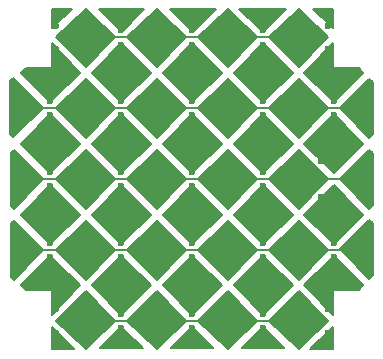
<source format=gbr>
%TF.GenerationSoftware,KiCad,Pcbnew,9.0.0*%
%TF.CreationDate,2025-04-18T16:03:12-04:00*%
%TF.ProjectId,SeniorProjectTouchpad,53656e69-6f72-4507-926f-6a656374546f,rev?*%
%TF.SameCoordinates,Original*%
%TF.FileFunction,Copper,L2,Bot*%
%TF.FilePolarity,Positive*%
%FSLAX46Y46*%
G04 Gerber Fmt 4.6, Leading zero omitted, Abs format (unit mm)*
G04 Created by KiCad (PCBNEW 9.0.0) date 2025-04-18 16:03:12*
%MOMM*%
%LPD*%
G01*
G04 APERTURE LIST*
%TA.AperFunction,Conductor*%
%ADD10C,0.200000*%
%TD*%
%TA.AperFunction,ViaPad*%
%ADD11C,0.600000*%
%TD*%
G04 APERTURE END LIST*
D10*
%TO.N,unconnected-(J1-Pad4)*%
X146030073Y-101000000D02*
X144000000Y-99100000D01*
X145930073Y-99100000D01*
X147900000Y-99100000D01*
X146030073Y-101000000D01*
%TA.AperFunction,Conductor*%
G36*
X146030073Y-101000000D02*
G01*
X144000000Y-99100000D01*
X145930073Y-99100000D01*
X147900000Y-99100000D01*
X146030073Y-101000000D01*
G37*
%TD.AperFunction*%
%TO.N,unconnected-(J1-Pad5)*%
X151900000Y-127100000D02*
X151900000Y-127900000D01*
X150000000Y-127900000D01*
X151900000Y-126000000D01*
X151900000Y-127100000D01*
%TA.AperFunction,Conductor*%
G36*
X151900000Y-127100000D02*
G01*
X151900000Y-127900000D01*
X150000000Y-127900000D01*
X151900000Y-126000000D01*
X151900000Y-127100000D01*
G37*
%TD.AperFunction*%
%TO.N,unconnected-(J1-Pad1)*%
X130000000Y-127900000D02*
X128100000Y-127900000D01*
X128100000Y-127100000D01*
X128100000Y-126000000D01*
X130000000Y-127900000D01*
%TA.AperFunction,Conductor*%
G36*
X130000000Y-127900000D02*
G01*
X128100000Y-127900000D01*
X128100000Y-127100000D01*
X128100000Y-126000000D01*
X130000000Y-127900000D01*
G37*
%TD.AperFunction*%
%TO.N,unconnected-(J1-Pad4)*%
X147800000Y-127805693D02*
X145989343Y-127805693D01*
X144200000Y-127805693D01*
X145989343Y-126005693D01*
X147800000Y-127805693D01*
%TA.AperFunction,Conductor*%
G36*
X147800000Y-127805693D02*
G01*
X145989343Y-127805693D01*
X144200000Y-127805693D01*
X145989343Y-126005693D01*
X147800000Y-127805693D01*
G37*
%TD.AperFunction*%
%TO.N,unconnected-(J1-Pad3)*%
X141800000Y-127805693D02*
X139989343Y-127805693D01*
X138200000Y-127805693D01*
X139989343Y-126005693D01*
X141800000Y-127805693D01*
%TA.AperFunction,Conductor*%
G36*
X141800000Y-127805693D02*
G01*
X139989343Y-127805693D01*
X138200000Y-127805693D01*
X139989343Y-126005693D01*
X141800000Y-127805693D01*
G37*
%TD.AperFunction*%
%TO.N,unconnected-(J1-Pad5)*%
X154500000Y-122500000D02*
X154100000Y-122900000D01*
X151900000Y-122900000D01*
X151900000Y-125000000D01*
X149500000Y-122500000D01*
X152000000Y-120000000D01*
X154500000Y-122500000D01*
%TA.AperFunction,Conductor*%
G36*
X154500000Y-122500000D02*
G01*
X154100000Y-122900000D01*
X151900000Y-122900000D01*
X151900000Y-125000000D01*
X149500000Y-122500000D01*
X152000000Y-120000000D01*
X154500000Y-122500000D01*
G37*
%TD.AperFunction*%
%TO.N,unconnected-(J1-Pad1)*%
X130500000Y-122500000D02*
X128100000Y-125000000D01*
X128100000Y-122900000D01*
X125900000Y-122900000D01*
X125500000Y-122500000D01*
X128000000Y-120000000D01*
X130500000Y-122500000D01*
%TA.AperFunction,Conductor*%
G36*
X130500000Y-122500000D02*
G01*
X128100000Y-125000000D01*
X128100000Y-122900000D01*
X125900000Y-122900000D01*
X125500000Y-122500000D01*
X128000000Y-120000000D01*
X130500000Y-122500000D01*
G37*
%TD.AperFunction*%
%TO.N,unconnected-(J1-Pad5)*%
X151900000Y-104100000D02*
X154100000Y-104100000D01*
X154500000Y-104500000D01*
X152000000Y-107000000D01*
X149500000Y-104500000D01*
X151900000Y-102000000D01*
X151900000Y-104100000D01*
%TA.AperFunction,Conductor*%
G36*
X151900000Y-104100000D02*
G01*
X154100000Y-104100000D01*
X154500000Y-104500000D01*
X152000000Y-107000000D01*
X149500000Y-104500000D01*
X151900000Y-102000000D01*
X151900000Y-104100000D01*
G37*
%TD.AperFunction*%
%TO.N,unconnected-(J1-Pad9)*%
X155300000Y-117250000D02*
X155300000Y-121650000D01*
X155000000Y-121950000D01*
X152500000Y-119450000D01*
X155000000Y-116950000D01*
X155300000Y-117250000D01*
%TA.AperFunction,Conductor*%
G36*
X155300000Y-117250000D02*
G01*
X155300000Y-121650000D01*
X155000000Y-121950000D01*
X152500000Y-119450000D01*
X155000000Y-116950000D01*
X155300000Y-117250000D01*
G37*
%TD.AperFunction*%
%TO.N,unconnected-(J1-Pad8)*%
X155300000Y-111300000D02*
X155300000Y-115700000D01*
X155000000Y-116000000D01*
X152500000Y-113500000D01*
X155000000Y-111000000D01*
X155300000Y-111300000D01*
%TA.AperFunction,Conductor*%
G36*
X155300000Y-111300000D02*
G01*
X155300000Y-115700000D01*
X155000000Y-116000000D01*
X152500000Y-113500000D01*
X155000000Y-111000000D01*
X155300000Y-111300000D01*
G37*
%TD.AperFunction*%
%TO.N,unconnected-(J1-Pad7)*%
X155300000Y-105300000D02*
X155300000Y-109700000D01*
X155000000Y-110000000D01*
X152500000Y-107500000D01*
X155000000Y-105000000D01*
X155300000Y-105300000D01*
%TA.AperFunction,Conductor*%
G36*
X155300000Y-105300000D02*
G01*
X155300000Y-109700000D01*
X155000000Y-110000000D01*
X152500000Y-107500000D01*
X155000000Y-105000000D01*
X155300000Y-105300000D01*
G37*
%TD.AperFunction*%
%TO.N,unconnected-(J1-Pad9)*%
X127400000Y-119500000D02*
X124900000Y-122000000D01*
X124650000Y-121750000D01*
X124650000Y-117250000D01*
X124900000Y-117000000D01*
X127400000Y-119500000D01*
%TA.AperFunction,Conductor*%
G36*
X127400000Y-119500000D02*
G01*
X124900000Y-122000000D01*
X124650000Y-121750000D01*
X124650000Y-117250000D01*
X124900000Y-117000000D01*
X127400000Y-119500000D01*
G37*
%TD.AperFunction*%
%TO.N,unconnected-(J1-Pad8)*%
X127400000Y-113500000D02*
X124900000Y-116000000D01*
X124650000Y-115750000D01*
X124650000Y-111250000D01*
X124900000Y-111000000D01*
X127400000Y-113500000D01*
%TA.AperFunction,Conductor*%
G36*
X127400000Y-113500000D02*
G01*
X124900000Y-116000000D01*
X124650000Y-115750000D01*
X124650000Y-111250000D01*
X124900000Y-111000000D01*
X127400000Y-113500000D01*
G37*
%TD.AperFunction*%
%TO.N,unconnected-(J1-Pad7)*%
X127350000Y-107450000D02*
X124850000Y-109950000D01*
X124600000Y-109700000D01*
X124600000Y-105200000D01*
X124850000Y-104950000D01*
X127350000Y-107450000D01*
%TA.AperFunction,Conductor*%
G36*
X127350000Y-107450000D02*
G01*
X124850000Y-109950000D01*
X124600000Y-109700000D01*
X124600000Y-105200000D01*
X124850000Y-104950000D01*
X127350000Y-107450000D01*
G37*
%TD.AperFunction*%
X133500000Y-107500000D02*
X131000000Y-110000000D01*
X128500000Y-107500000D01*
X131000000Y-105000000D01*
X133500000Y-107500000D01*
%TA.AperFunction,Conductor*%
G36*
X133500000Y-107500000D02*
G01*
X131000000Y-110000000D01*
X128500000Y-107500000D01*
X131000000Y-105000000D01*
X133500000Y-107500000D01*
G37*
%TD.AperFunction*%
%TO.N,unconnected-(J1-Pad1)*%
X130500000Y-104500000D02*
X128000000Y-107000000D01*
X125500000Y-104500000D01*
X125900000Y-104100000D01*
X128100000Y-104100000D01*
X128100000Y-102000000D01*
X130500000Y-104500000D01*
%TA.AperFunction,Conductor*%
G36*
X130500000Y-104500000D02*
G01*
X128000000Y-107000000D01*
X125500000Y-104500000D01*
X125900000Y-104100000D01*
X128100000Y-104100000D01*
X128100000Y-102000000D01*
X130500000Y-104500000D01*
G37*
%TD.AperFunction*%
%TO.N,unconnected-(J1-Pad3)*%
X140030073Y-101000000D02*
X138100000Y-99100000D01*
X139930073Y-99100000D01*
X142000000Y-99100000D01*
X140030073Y-101000000D01*
%TA.AperFunction,Conductor*%
G36*
X140030073Y-101000000D02*
G01*
X138100000Y-99100000D01*
X139930073Y-99100000D01*
X142000000Y-99100000D01*
X140030073Y-101000000D01*
G37*
%TD.AperFunction*%
X142500000Y-104500000D02*
X140000000Y-107000000D01*
X137500000Y-104500000D01*
X140000000Y-102000000D01*
X142500000Y-104500000D01*
%TA.AperFunction,Conductor*%
G36*
X142500000Y-104500000D02*
G01*
X140000000Y-107000000D01*
X137500000Y-104500000D01*
X140000000Y-102000000D01*
X142500000Y-104500000D01*
G37*
%TD.AperFunction*%
%TO.N,unconnected-(J1-Pad4)*%
X148500000Y-104500000D02*
X146000000Y-107000000D01*
X143500000Y-104500000D01*
X146000000Y-102000000D01*
X148500000Y-104500000D01*
%TA.AperFunction,Conductor*%
G36*
X148500000Y-104500000D02*
G01*
X146000000Y-107000000D01*
X143500000Y-104500000D01*
X146000000Y-102000000D01*
X148500000Y-104500000D01*
G37*
%TD.AperFunction*%
%TO.N,unconnected-(J1-Pad2)*%
X136500000Y-104500000D02*
X134000000Y-107000000D01*
X131500000Y-104500000D01*
X134000000Y-102000000D01*
X136500000Y-104500000D01*
%TA.AperFunction,Conductor*%
G36*
X136500000Y-104500000D02*
G01*
X134000000Y-107000000D01*
X131500000Y-104500000D01*
X134000000Y-102000000D01*
X136500000Y-104500000D01*
G37*
%TD.AperFunction*%
%TO.N,unconnected-(J1-Pad1)*%
X130500000Y-110500000D02*
X128000000Y-113000000D01*
X125500000Y-110500000D01*
X128000000Y-108000000D01*
X130500000Y-110500000D01*
%TA.AperFunction,Conductor*%
G36*
X130500000Y-110500000D02*
G01*
X128000000Y-113000000D01*
X125500000Y-110500000D01*
X128000000Y-108000000D01*
X130500000Y-110500000D01*
G37*
%TD.AperFunction*%
X128100000Y-100700000D02*
X128100000Y-100500000D01*
X128100000Y-99100000D01*
X129800000Y-99100000D01*
X128100000Y-100700000D01*
%TA.AperFunction,Conductor*%
G36*
X128100000Y-100700000D02*
G01*
X128100000Y-100500000D01*
X128100000Y-99100000D01*
X129800000Y-99100000D01*
X128100000Y-100700000D01*
G37*
%TD.AperFunction*%
%TO.N,unconnected-(J1-Pad2)*%
X134030073Y-101000000D02*
X132100000Y-99100000D01*
X133930073Y-99100000D01*
X135900000Y-99100000D01*
X134030073Y-101000000D01*
%TA.AperFunction,Conductor*%
G36*
X134030073Y-101000000D02*
G01*
X132100000Y-99100000D01*
X133930073Y-99100000D01*
X135900000Y-99100000D01*
X134030073Y-101000000D01*
G37*
%TD.AperFunction*%
%TO.N,unconnected-(J1-Pad7)*%
X151500000Y-107500000D02*
X149000000Y-110000000D01*
X146500000Y-107500000D01*
X149000000Y-105000000D01*
X151500000Y-107500000D01*
%TA.AperFunction,Conductor*%
G36*
X151500000Y-107500000D02*
G01*
X149000000Y-110000000D01*
X146500000Y-107500000D01*
X149000000Y-105000000D01*
X151500000Y-107500000D01*
G37*
%TD.AperFunction*%
X145500000Y-107500000D02*
X143000000Y-110000000D01*
X140500000Y-107500000D01*
X143000000Y-105000000D01*
X145500000Y-107500000D01*
%TA.AperFunction,Conductor*%
G36*
X145500000Y-107500000D02*
G01*
X143000000Y-110000000D01*
X140500000Y-107500000D01*
X143000000Y-105000000D01*
X145500000Y-107500000D01*
G37*
%TD.AperFunction*%
X139500000Y-107500000D02*
X137000000Y-110000000D01*
X134500000Y-107500000D01*
X137000000Y-105000000D01*
X139500000Y-107500000D01*
%TA.AperFunction,Conductor*%
G36*
X139500000Y-107500000D02*
G01*
X137000000Y-110000000D01*
X134500000Y-107500000D01*
X137000000Y-105000000D01*
X139500000Y-107500000D01*
G37*
%TD.AperFunction*%
%TO.N,unconnected-(J1-Pad6)*%
X151500000Y-101500000D02*
X149000000Y-104000000D01*
X146500000Y-101500000D01*
X149000000Y-99100000D01*
X151500000Y-101500000D01*
%TA.AperFunction,Conductor*%
G36*
X151500000Y-101500000D02*
G01*
X149000000Y-104000000D01*
X146500000Y-101500000D01*
X149000000Y-99100000D01*
X151500000Y-101500000D01*
G37*
%TD.AperFunction*%
X145500000Y-101500000D02*
X143000000Y-104000000D01*
X140500000Y-101500000D01*
X143000000Y-99100000D01*
X145500000Y-101500000D01*
%TA.AperFunction,Conductor*%
G36*
X145500000Y-101500000D02*
G01*
X143000000Y-104000000D01*
X140500000Y-101500000D01*
X143000000Y-99100000D01*
X145500000Y-101500000D01*
G37*
%TD.AperFunction*%
X139500000Y-101500000D02*
X137000000Y-104000000D01*
X134500000Y-101500000D01*
X137000000Y-99100000D01*
X139500000Y-101500000D01*
%TA.AperFunction,Conductor*%
G36*
X139500000Y-101500000D02*
G01*
X137000000Y-104000000D01*
X134500000Y-101500000D01*
X137000000Y-99100000D01*
X139500000Y-101500000D01*
G37*
%TD.AperFunction*%
X133500000Y-101500000D02*
X131000000Y-104000000D01*
X128500000Y-101500000D01*
X131000000Y-99100000D01*
X133500000Y-101500000D01*
%TA.AperFunction,Conductor*%
G36*
X133500000Y-101500000D02*
G01*
X131000000Y-104000000D01*
X128500000Y-101500000D01*
X131000000Y-99100000D01*
X133500000Y-101500000D01*
G37*
%TD.AperFunction*%
%TO.N,unconnected-(J1-Pad4)*%
X148500000Y-110500000D02*
X146000000Y-113000000D01*
X143500000Y-110500000D01*
X146000000Y-108000000D01*
X148500000Y-110500000D01*
%TA.AperFunction,Conductor*%
G36*
X148500000Y-110500000D02*
G01*
X146000000Y-113000000D01*
X143500000Y-110500000D01*
X146000000Y-108000000D01*
X148500000Y-110500000D01*
G37*
%TD.AperFunction*%
X148500000Y-116500000D02*
X146000000Y-119000000D01*
X143500000Y-116500000D01*
X146000000Y-114000000D01*
X148500000Y-116500000D01*
%TA.AperFunction,Conductor*%
G36*
X148500000Y-116500000D02*
G01*
X146000000Y-119000000D01*
X143500000Y-116500000D01*
X146000000Y-114000000D01*
X148500000Y-116500000D01*
G37*
%TD.AperFunction*%
X148500000Y-122500000D02*
X146000000Y-125000000D01*
X143500000Y-122500000D01*
X146000000Y-120000000D01*
X148500000Y-122500000D01*
%TA.AperFunction,Conductor*%
G36*
X148500000Y-122500000D02*
G01*
X146000000Y-125000000D01*
X143500000Y-122500000D01*
X146000000Y-120000000D01*
X148500000Y-122500000D01*
G37*
%TD.AperFunction*%
%TO.N,unconnected-(J1-Pad2)*%
X135800000Y-127800000D02*
X134000000Y-127800000D01*
X132200000Y-127800000D01*
X134000000Y-126000000D01*
X135800000Y-127800000D01*
%TA.AperFunction,Conductor*%
G36*
X135800000Y-127800000D02*
G01*
X134000000Y-127800000D01*
X132200000Y-127800000D01*
X134000000Y-126000000D01*
X135800000Y-127800000D01*
G37*
%TD.AperFunction*%
%TO.N,unconnected-(J1-Pad10)*%
X145500000Y-125500000D02*
X143000000Y-127900000D01*
X140500000Y-125500000D01*
X143000000Y-123000000D01*
X145500000Y-125500000D01*
%TA.AperFunction,Conductor*%
G36*
X145500000Y-125500000D02*
G01*
X143000000Y-127900000D01*
X140500000Y-125500000D01*
X143000000Y-123000000D01*
X145500000Y-125500000D01*
G37*
%TD.AperFunction*%
X139500000Y-125500000D02*
X137000000Y-127900000D01*
X134500000Y-125500000D01*
X137000000Y-123000000D01*
X139500000Y-125500000D01*
%TA.AperFunction,Conductor*%
G36*
X139500000Y-125500000D02*
G01*
X137000000Y-127900000D01*
X134500000Y-125500000D01*
X137000000Y-123000000D01*
X139500000Y-125500000D01*
G37*
%TD.AperFunction*%
X151500000Y-125500000D02*
X149000000Y-127900000D01*
X146500000Y-125500000D01*
X149000000Y-123000000D01*
X151500000Y-125500000D01*
%TA.AperFunction,Conductor*%
G36*
X151500000Y-125500000D02*
G01*
X149000000Y-127900000D01*
X146500000Y-125500000D01*
X149000000Y-123000000D01*
X151500000Y-125500000D01*
G37*
%TD.AperFunction*%
X133500000Y-125500000D02*
X131000000Y-127900000D01*
X128500000Y-125500000D01*
X131000000Y-123000000D01*
X133500000Y-125500000D01*
%TA.AperFunction,Conductor*%
G36*
X133500000Y-125500000D02*
G01*
X131000000Y-127900000D01*
X128500000Y-125500000D01*
X131000000Y-123000000D01*
X133500000Y-125500000D01*
G37*
%TD.AperFunction*%
%TO.N,unconnected-(J1-Pad1)*%
X130500000Y-116500000D02*
X128000000Y-119000000D01*
X125500000Y-116500000D01*
X128000000Y-114000000D01*
X130500000Y-116500000D01*
%TA.AperFunction,Conductor*%
G36*
X130500000Y-116500000D02*
G01*
X128000000Y-119000000D01*
X125500000Y-116500000D01*
X128000000Y-114000000D01*
X130500000Y-116500000D01*
G37*
%TD.AperFunction*%
%TO.N,unconnected-(J1-Pad9)*%
X133500000Y-119500000D02*
X131000000Y-122000000D01*
X128500000Y-119500000D01*
X131000000Y-117000000D01*
X133500000Y-119500000D01*
%TA.AperFunction,Conductor*%
G36*
X133500000Y-119500000D02*
G01*
X131000000Y-122000000D01*
X128500000Y-119500000D01*
X131000000Y-117000000D01*
X133500000Y-119500000D01*
G37*
%TD.AperFunction*%
%TO.N,unconnected-(J1-Pad5)*%
X154500000Y-116500000D02*
X152000000Y-119000000D01*
X149500000Y-116500000D01*
X152000000Y-114000000D01*
X154500000Y-116500000D01*
%TA.AperFunction,Conductor*%
G36*
X154500000Y-116500000D02*
G01*
X152000000Y-119000000D01*
X149500000Y-116500000D01*
X152000000Y-114000000D01*
X154500000Y-116500000D01*
G37*
%TD.AperFunction*%
%TO.N,unconnected-(J1-Pad9)*%
X151500000Y-119500000D02*
X149000000Y-122000000D01*
X146500000Y-119500000D01*
X149000000Y-117000000D01*
X151500000Y-119500000D01*
%TA.AperFunction,Conductor*%
G36*
X151500000Y-119500000D02*
G01*
X149000000Y-122000000D01*
X146500000Y-119500000D01*
X149000000Y-117000000D01*
X151500000Y-119500000D01*
G37*
%TD.AperFunction*%
%TO.N,unconnected-(J1-Pad3)*%
X142500000Y-110500000D02*
X140000000Y-113000000D01*
X137500000Y-110500000D01*
X140000000Y-108000000D01*
X142500000Y-110500000D01*
%TA.AperFunction,Conductor*%
G36*
X142500000Y-110500000D02*
G01*
X140000000Y-113000000D01*
X137500000Y-110500000D01*
X140000000Y-108000000D01*
X142500000Y-110500000D01*
G37*
%TD.AperFunction*%
%TO.N,unconnected-(J1-Pad5)*%
X154500000Y-110500000D02*
X152000000Y-113000000D01*
X149500000Y-110500000D01*
X152000000Y-108000000D01*
X154500000Y-110500000D01*
%TA.AperFunction,Conductor*%
G36*
X154500000Y-110500000D02*
G01*
X152000000Y-113000000D01*
X149500000Y-110500000D01*
X152000000Y-108000000D01*
X154500000Y-110500000D01*
G37*
%TD.AperFunction*%
%TO.N,unconnected-(J1-Pad2)*%
X136500000Y-116500000D02*
X134000000Y-119000000D01*
X131500000Y-116500000D01*
X134000000Y-114000000D01*
X136500000Y-116500000D01*
%TA.AperFunction,Conductor*%
G36*
X136500000Y-116500000D02*
G01*
X134000000Y-119000000D01*
X131500000Y-116500000D01*
X134000000Y-114000000D01*
X136500000Y-116500000D01*
G37*
%TD.AperFunction*%
%TO.N,unconnected-(J1-Pad8)*%
X139500000Y-113500000D02*
X137000000Y-116000000D01*
X134500000Y-113500000D01*
X137000000Y-111000000D01*
X139500000Y-113500000D01*
%TA.AperFunction,Conductor*%
G36*
X139500000Y-113500000D02*
G01*
X137000000Y-116000000D01*
X134500000Y-113500000D01*
X137000000Y-111000000D01*
X139500000Y-113500000D01*
G37*
%TD.AperFunction*%
X133500000Y-113500000D02*
X131000000Y-116000000D01*
X128500000Y-113500000D01*
X131000000Y-111000000D01*
X133500000Y-113500000D01*
%TA.AperFunction,Conductor*%
G36*
X133500000Y-113500000D02*
G01*
X131000000Y-116000000D01*
X128500000Y-113500000D01*
X131000000Y-111000000D01*
X133500000Y-113500000D01*
G37*
%TD.AperFunction*%
%TO.N,unconnected-(J1-Pad2)*%
X136500000Y-110500000D02*
X134000000Y-113000000D01*
X131500000Y-110500000D01*
X134000000Y-108000000D01*
X136500000Y-110500000D01*
%TA.AperFunction,Conductor*%
G36*
X136500000Y-110500000D02*
G01*
X134000000Y-113000000D01*
X131500000Y-110500000D01*
X134000000Y-108000000D01*
X136500000Y-110500000D01*
G37*
%TD.AperFunction*%
%TO.N,unconnected-(J1-Pad3)*%
X142500000Y-122500000D02*
X140000000Y-125000000D01*
X137500000Y-122500000D01*
X140000000Y-120000000D01*
X142500000Y-122500000D01*
%TA.AperFunction,Conductor*%
G36*
X142500000Y-122500000D02*
G01*
X140000000Y-125000000D01*
X137500000Y-122500000D01*
X140000000Y-120000000D01*
X142500000Y-122500000D01*
G37*
%TD.AperFunction*%
X142500000Y-116500000D02*
X140000000Y-119000000D01*
X137500000Y-116500000D01*
X140000000Y-114000000D01*
X142500000Y-116500000D01*
%TA.AperFunction,Conductor*%
G36*
X142500000Y-116500000D02*
G01*
X140000000Y-119000000D01*
X137500000Y-116500000D01*
X140000000Y-114000000D01*
X142500000Y-116500000D01*
G37*
%TD.AperFunction*%
%TO.N,unconnected-(J1-Pad9)*%
X145500000Y-119500000D02*
X143000000Y-122000000D01*
X140500000Y-119500000D01*
X143000000Y-117000000D01*
X145500000Y-119500000D01*
%TA.AperFunction,Conductor*%
G36*
X145500000Y-119500000D02*
G01*
X143000000Y-122000000D01*
X140500000Y-119500000D01*
X143000000Y-117000000D01*
X145500000Y-119500000D01*
G37*
%TD.AperFunction*%
%TO.N,unconnected-(J1-Pad8)*%
X145500000Y-113500000D02*
X143000000Y-116000000D01*
X140500000Y-113500000D01*
X143000000Y-111000000D01*
X145500000Y-113500000D01*
%TA.AperFunction,Conductor*%
G36*
X145500000Y-113500000D02*
G01*
X143000000Y-116000000D01*
X140500000Y-113500000D01*
X143000000Y-111000000D01*
X145500000Y-113500000D01*
G37*
%TD.AperFunction*%
X151500000Y-113500000D02*
X149000000Y-116000000D01*
X146500000Y-113500000D01*
X149000000Y-111000000D01*
X151500000Y-113500000D01*
%TA.AperFunction,Conductor*%
G36*
X151500000Y-113500000D02*
G01*
X149000000Y-116000000D01*
X146500000Y-113500000D01*
X149000000Y-111000000D01*
X151500000Y-113500000D01*
G37*
%TD.AperFunction*%
%TO.N,unconnected-(J1-Pad2)*%
X136500000Y-122500000D02*
X134000000Y-125000000D01*
X131500000Y-122500000D01*
X134000000Y-120000000D01*
X136500000Y-122500000D01*
%TA.AperFunction,Conductor*%
G36*
X136500000Y-122500000D02*
G01*
X134000000Y-125000000D01*
X131500000Y-122500000D01*
X134000000Y-120000000D01*
X136500000Y-122500000D01*
G37*
%TD.AperFunction*%
%TO.N,unconnected-(J1-Pad9)*%
X139500000Y-119500000D02*
X137000000Y-122000000D01*
X134500000Y-119500000D01*
X137000000Y-117000000D01*
X139500000Y-119500000D01*
%TA.AperFunction,Conductor*%
G36*
X139500000Y-119500000D02*
G01*
X137000000Y-122000000D01*
X134500000Y-119500000D01*
X137000000Y-117000000D01*
X139500000Y-119500000D01*
G37*
%TD.AperFunction*%
%TO.N,unconnected-(J1-Pad8)*%
X125100000Y-113500000D02*
X155300000Y-113500000D01*
%TO.N,unconnected-(J1-Pad5)*%
X151900000Y-100500000D02*
X151900000Y-100700000D01*
X150200000Y-99100000D01*
X151900000Y-99100000D01*
X151900000Y-100500000D01*
%TA.AperFunction,Conductor*%
G36*
X151900000Y-100500000D02*
G01*
X151900000Y-100700000D01*
X150200000Y-99100000D01*
X151900000Y-99100000D01*
X151900000Y-100500000D01*
G37*
%TD.AperFunction*%
%TD*%
D11*
%TO.N,unconnected-(J1-Pad3)*%
X140000000Y-120100000D03*
%TO.N,unconnected-(J1-Pad4)*%
X146000000Y-120100000D03*
%TO.N,unconnected-(J1-Pad2)*%
X134000000Y-120100000D03*
%TO.N,unconnected-(J1-Pad4)*%
X146000000Y-114100000D03*
%TO.N,unconnected-(J1-Pad3)*%
X140000000Y-108100000D03*
%TO.N,unconnected-(J1-Pad5)*%
X152000000Y-120100000D03*
%TO.N,unconnected-(J1-Pad4)*%
X146000000Y-126100000D03*
%TO.N,unconnected-(J1-Pad5)*%
X152000000Y-108100000D03*
%TO.N,unconnected-(J1-Pad3)*%
X140000000Y-126100000D03*
%TO.N,unconnected-(J1-Pad2)*%
X134000000Y-126100000D03*
%TO.N,unconnected-(J1-Pad4)*%
X146000000Y-108100000D03*
%TO.N,unconnected-(J1-Pad1)*%
X128000000Y-120100000D03*
%TO.N,unconnected-(J1-Pad2)*%
X134000000Y-114100000D03*
%TO.N,unconnected-(J1-Pad1)*%
X128000000Y-114100000D03*
%TO.N,unconnected-(J1-Pad2)*%
X134000000Y-108100000D03*
%TO.N,unconnected-(J1-Pad3)*%
X140000000Y-114100000D03*
%TO.N,unconnected-(J1-Pad1)*%
X128000000Y-108100000D03*
%TO.N,unconnected-(J1-Pad3)*%
X140000000Y-102100000D03*
%TO.N,unconnected-(J1-Pad5)*%
X152600000Y-112000000D03*
X150900000Y-112000000D03*
%TO.N,unconnected-(J1-Pad4)*%
X146000000Y-106900000D03*
%TO.N,unconnected-(J1-Pad10)*%
X149000000Y-125500000D03*
%TO.N,unconnected-(J1-Pad8)*%
X149000000Y-113500000D03*
%TO.N,unconnected-(J1-Pad9)*%
X149000000Y-119500000D03*
%TO.N,unconnected-(J1-Pad6)*%
X149000000Y-101500000D03*
%TO.N,unconnected-(J1-Pad7)*%
X149000000Y-107500000D03*
%TO.N,unconnected-(J1-Pad5)*%
X150900000Y-115000000D03*
%TO.N,unconnected-(J1-Pad1)*%
X128500000Y-124500000D03*
X128500000Y-126500000D03*
%TO.N,unconnected-(J1-Pad5)*%
X151500000Y-126500000D03*
X151500000Y-124500000D03*
X151500000Y-102500000D03*
X151500000Y-100500000D03*
%TO.N,unconnected-(J1-Pad1)*%
X128500000Y-100500000D03*
X128500000Y-102500000D03*
%TO.N,unconnected-(J1-Pad4)*%
X146000000Y-118900000D03*
%TO.N,unconnected-(J1-Pad2)*%
X134000000Y-118900000D03*
%TO.N,unconnected-(J1-Pad3)*%
X140000000Y-118900000D03*
%TO.N,unconnected-(J1-Pad1)*%
X128000000Y-118900000D03*
%TO.N,unconnected-(J1-Pad3)*%
X140000000Y-100900000D03*
%TO.N,unconnected-(J1-Pad4)*%
X146000000Y-100900000D03*
%TO.N,unconnected-(J1-Pad3)*%
X140000000Y-106900000D03*
%TO.N,unconnected-(J1-Pad4)*%
X146000000Y-112900000D03*
%TO.N,unconnected-(J1-Pad5)*%
X152000000Y-106900000D03*
X152000000Y-118900000D03*
%TO.N,unconnected-(J1-Pad4)*%
X146000000Y-124900000D03*
%TO.N,unconnected-(J1-Pad3)*%
X140000000Y-124900000D03*
%TO.N,unconnected-(J1-Pad2)*%
X134000000Y-124900000D03*
%TO.N,unconnected-(J1-Pad1)*%
X128000000Y-112900000D03*
%TO.N,unconnected-(J1-Pad3)*%
X140000000Y-112900000D03*
%TO.N,unconnected-(J1-Pad2)*%
X134000000Y-112900000D03*
%TO.N,unconnected-(J1-Pad1)*%
X128000000Y-106900000D03*
%TO.N,unconnected-(J1-Pad2)*%
X134000000Y-106900000D03*
X134000000Y-100900000D03*
X134000000Y-102100000D03*
%TO.N,unconnected-(J1-Pad4)*%
X146000000Y-102100000D03*
%TD*%
D10*
%TO.N,unconnected-(J1-Pad7)*%
X125000000Y-107500000D02*
X149000000Y-107500000D01*
X149000000Y-107500000D02*
X155000000Y-107500000D01*
%TO.N,unconnected-(J1-Pad6)*%
X149000000Y-101500000D02*
X131000000Y-101500000D01*
%TO.N,unconnected-(J1-Pad9)*%
X149000000Y-119500000D02*
X155000000Y-119500000D01*
%TO.N,unconnected-(J1-Pad10)*%
X149000000Y-125500000D02*
X131000000Y-125500000D01*
%TO.N,unconnected-(J1-Pad9)*%
X125000000Y-119500000D02*
X149000000Y-119500000D01*
%TD*%
M02*

</source>
